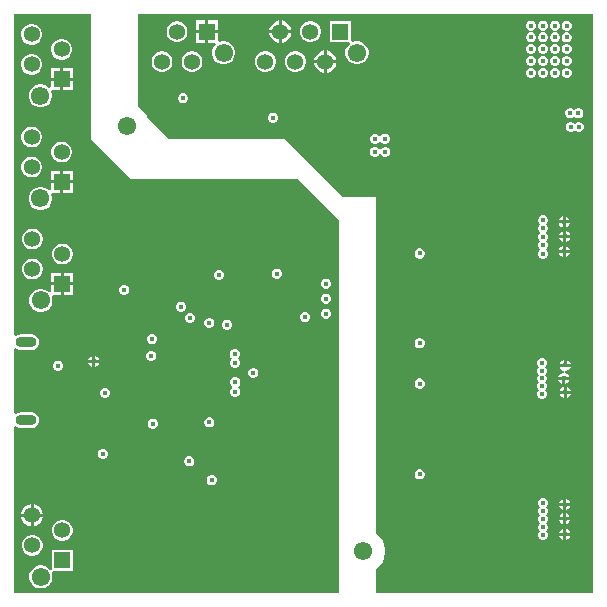
<source format=gbr>
%TF.GenerationSoftware,Altium Limited,Altium Designer,22.9.1 (49)*%
G04 Layer_Physical_Order=2*
G04 Layer_Color=39423*
%FSLAX45Y45*%
%MOMM*%
%TF.SameCoordinates,29712687-7F25-45B9-B314-6CDD0CF2420B*%
%TF.FilePolarity,Positive*%
%TF.FileFunction,Copper,L2,Inr,Signal*%
%TF.Part,Single*%
G01*
G75*
%TA.AperFunction,ComponentPad*%
%ADD40O,1.80000X0.90000*%
%ADD41R,1.35800X1.35800*%
%ADD42C,1.35800*%
%ADD43C,1.55000*%
%ADD44R,1.35800X1.35800*%
%TA.AperFunction,WasherPad*%
%ADD45C,1.55000*%
%TA.AperFunction,ViaPad*%
%ADD46C,0.45000*%
G36*
X5100000Y7890000D02*
X5440000Y7550000D01*
X6850000D01*
X7200000Y7200000D01*
Y4050000D01*
X4450000D01*
Y5451366D01*
X4465000Y5458763D01*
X4472220Y5453223D01*
X4488032Y5446673D01*
X4505000Y5444439D01*
X4595000D01*
X4611968Y5446673D01*
X4627780Y5453223D01*
X4641358Y5463642D01*
X4651777Y5477219D01*
X4658327Y5493031D01*
X4660561Y5510000D01*
X4658327Y5526968D01*
X4651777Y5542780D01*
X4641358Y5556358D01*
X4627780Y5566777D01*
X4611968Y5573327D01*
X4595000Y5575561D01*
X4505000D01*
X4488032Y5573327D01*
X4472220Y5566777D01*
X4465000Y5561237D01*
X4450000Y5568634D01*
Y6111366D01*
X4465000Y6118763D01*
X4472220Y6113223D01*
X4488032Y6106673D01*
X4505000Y6104439D01*
X4595000D01*
X4611968Y6106673D01*
X4627780Y6113223D01*
X4641358Y6123642D01*
X4651777Y6137220D01*
X4658327Y6153032D01*
X4660561Y6170000D01*
X4658327Y6186969D01*
X4651777Y6202781D01*
X4641358Y6216358D01*
X4627780Y6226777D01*
X4611968Y6233327D01*
X4595000Y6235561D01*
X4505000D01*
X4488032Y6233327D01*
X4472220Y6226777D01*
X4465000Y6221237D01*
X4450000Y6228634D01*
Y8950000D01*
X5100000D01*
Y7890000D01*
D02*
G37*
G36*
X9350000Y4050000D02*
X7510000D01*
Y4244989D01*
X7521118Y4252418D01*
X7547582Y4278882D01*
X7568376Y4310002D01*
X7582698Y4344579D01*
X7590000Y4381287D01*
Y4418714D01*
X7582698Y4455421D01*
X7568376Y4489999D01*
X7547582Y4521118D01*
X7521118Y4547582D01*
X7510000Y4555011D01*
Y7400000D01*
X7230000D01*
X6736952Y7893048D01*
X5756952D01*
X5574297Y8075703D01*
X5568376Y8089999D01*
X5547583Y8121118D01*
X5521118Y8147582D01*
X5500000Y8161693D01*
Y8950000D01*
X9350000D01*
Y4050000D01*
D02*
G37*
%LPC*%
G36*
X4607573Y8864902D02*
X4584428D01*
X4562072Y8858912D01*
X4542029Y8847339D01*
X4525663Y8830974D01*
X4514091Y8810930D01*
X4508100Y8788574D01*
Y8765430D01*
X4514091Y8743074D01*
X4525663Y8723030D01*
X4542029Y8706665D01*
X4562072Y8695092D01*
X4584428Y8689102D01*
X4607573D01*
X4629929Y8695092D01*
X4649972Y8706665D01*
X4666338Y8723030D01*
X4677910Y8743074D01*
X4683900Y8765430D01*
Y8788574D01*
X4677910Y8810930D01*
X4666338Y8830974D01*
X4649972Y8847339D01*
X4629929Y8858912D01*
X4607573Y8864902D01*
D02*
G37*
G36*
X4861573Y8737902D02*
X4838428D01*
X4816072Y8731912D01*
X4796029Y8720339D01*
X4779663Y8703974D01*
X4768091Y8683930D01*
X4762100Y8661574D01*
Y8638430D01*
X4768091Y8616074D01*
X4779663Y8596030D01*
X4796029Y8579665D01*
X4816072Y8568092D01*
X4838428Y8562102D01*
X4861573D01*
X4883929Y8568092D01*
X4903972Y8579665D01*
X4920338Y8596030D01*
X4931910Y8616074D01*
X4937900Y8638430D01*
Y8661574D01*
X4931910Y8683930D01*
X4920338Y8703974D01*
X4903972Y8720339D01*
X4883929Y8731912D01*
X4861573Y8737902D01*
D02*
G37*
G36*
X4607573Y8610902D02*
X4584428D01*
X4562072Y8604912D01*
X4542029Y8593339D01*
X4525663Y8576974D01*
X4514091Y8556930D01*
X4508100Y8534574D01*
Y8511430D01*
X4514091Y8489074D01*
X4525663Y8469030D01*
X4542029Y8452665D01*
X4562072Y8441092D01*
X4584428Y8435102D01*
X4607573D01*
X4629929Y8441092D01*
X4649972Y8452665D01*
X4666338Y8469030D01*
X4677910Y8489074D01*
X4683900Y8511430D01*
Y8534574D01*
X4677910Y8556930D01*
X4666338Y8576974D01*
X4649972Y8593339D01*
X4629929Y8604912D01*
X4607573Y8610902D01*
D02*
G37*
G36*
X4943301Y8489302D02*
X4862700D01*
Y8408702D01*
X4943301D01*
Y8489302D01*
D02*
G37*
G36*
X4837300D02*
X4756700D01*
Y8408702D01*
X4837300D01*
Y8489302D01*
D02*
G37*
G36*
Y8383302D02*
X4756700D01*
Y8328401D01*
X4741700Y8322188D01*
X4729867Y8334021D01*
X4707634Y8346857D01*
X4682837Y8353502D01*
X4657164D01*
X4632367Y8346857D01*
X4610134Y8334021D01*
X4591981Y8315868D01*
X4579145Y8293636D01*
X4572501Y8268838D01*
Y8243166D01*
X4579145Y8218368D01*
X4591981Y8196136D01*
X4610134Y8177983D01*
X4632367Y8165147D01*
X4657164Y8158502D01*
X4682837D01*
X4707634Y8165147D01*
X4729867Y8177983D01*
X4748020Y8196136D01*
X4760856Y8218368D01*
X4767500Y8243166D01*
Y8268838D01*
X4762446Y8287702D01*
X4770098Y8300569D01*
X4772942Y8302702D01*
X4837300D01*
Y8383302D01*
D02*
G37*
G36*
X4943301D02*
X4862700D01*
Y8302702D01*
X4943301D01*
Y8383302D01*
D02*
G37*
G36*
X4607573Y7995177D02*
X4584429D01*
X4562073Y7989186D01*
X4542029Y7977614D01*
X4525664Y7961249D01*
X4514091Y7941205D01*
X4508101Y7918849D01*
Y7895705D01*
X4514091Y7873349D01*
X4525664Y7853305D01*
X4542029Y7836939D01*
X4562073Y7825367D01*
X4584429Y7819377D01*
X4607573D01*
X4629929Y7825367D01*
X4649973Y7836939D01*
X4666338Y7853305D01*
X4677911Y7873349D01*
X4683901Y7895705D01*
Y7918849D01*
X4677911Y7941205D01*
X4666338Y7961249D01*
X4649973Y7977614D01*
X4629929Y7989186D01*
X4607573Y7995177D01*
D02*
G37*
G36*
X4861573Y7868177D02*
X4838429D01*
X4816073Y7862186D01*
X4796029Y7850614D01*
X4779664Y7834249D01*
X4768091Y7814205D01*
X4762101Y7791849D01*
Y7768705D01*
X4768091Y7746349D01*
X4779664Y7726305D01*
X4796029Y7709939D01*
X4816073Y7698367D01*
X4838429Y7692377D01*
X4861573D01*
X4883929Y7698367D01*
X4903973Y7709939D01*
X4920338Y7726305D01*
X4931911Y7746349D01*
X4937901Y7768705D01*
Y7791849D01*
X4931911Y7814205D01*
X4920338Y7834249D01*
X4903973Y7850614D01*
X4883929Y7862186D01*
X4861573Y7868177D01*
D02*
G37*
G36*
X4607573Y7741177D02*
X4584429D01*
X4562073Y7735186D01*
X4542029Y7723614D01*
X4525664Y7707249D01*
X4514091Y7687205D01*
X4508101Y7664849D01*
Y7641705D01*
X4514091Y7619349D01*
X4525664Y7599305D01*
X4542029Y7582939D01*
X4562073Y7571367D01*
X4584429Y7565377D01*
X4607573D01*
X4629929Y7571367D01*
X4649973Y7582939D01*
X4666338Y7599305D01*
X4677911Y7619349D01*
X4683901Y7641705D01*
Y7664849D01*
X4677911Y7687205D01*
X4666338Y7707249D01*
X4649973Y7723614D01*
X4629929Y7735186D01*
X4607573Y7741177D01*
D02*
G37*
G36*
X4943301Y7619577D02*
X4862701D01*
Y7538977D01*
X4943301D01*
Y7619577D01*
D02*
G37*
G36*
X4837301D02*
X4756701D01*
Y7538977D01*
X4837301D01*
Y7619577D01*
D02*
G37*
G36*
Y7513577D02*
X4756701D01*
Y7458676D01*
X4741701Y7452463D01*
X4729867Y7464296D01*
X4707635Y7477132D01*
X4682837Y7483777D01*
X4657165D01*
X4632367Y7477132D01*
X4610135Y7464296D01*
X4591982Y7446143D01*
X4579146Y7423910D01*
X4572501Y7399113D01*
Y7373441D01*
X4579146Y7348643D01*
X4591982Y7326411D01*
X4610135Y7308257D01*
X4632367Y7295422D01*
X4657165Y7288777D01*
X4682837D01*
X4707635Y7295422D01*
X4729867Y7308257D01*
X4748020Y7326411D01*
X4760856Y7348643D01*
X4767501Y7373441D01*
Y7399113D01*
X4762446Y7417977D01*
X4770099Y7430843D01*
X4772942Y7432977D01*
X4837301D01*
Y7513577D01*
D02*
G37*
G36*
X4943301D02*
X4862701D01*
Y7432977D01*
X4943301D01*
Y7513577D01*
D02*
G37*
G36*
X4611576Y7131452D02*
X4588432D01*
X4566076Y7125461D01*
X4546032Y7113889D01*
X4529667Y7097524D01*
X4518094Y7077480D01*
X4512104Y7055124D01*
Y7031979D01*
X4518094Y7009624D01*
X4529667Y6989580D01*
X4546032Y6973214D01*
X4566076Y6961642D01*
X4588432Y6955652D01*
X4611576D01*
X4633932Y6961642D01*
X4653976Y6973214D01*
X4670341Y6989580D01*
X4681914Y7009624D01*
X4687904Y7031979D01*
Y7055124D01*
X4681914Y7077480D01*
X4670341Y7097524D01*
X4653976Y7113889D01*
X4633932Y7125461D01*
X4611576Y7131452D01*
D02*
G37*
G36*
X4865576Y7004452D02*
X4842432D01*
X4820076Y6998461D01*
X4800032Y6986889D01*
X4783667Y6970524D01*
X4772094Y6950480D01*
X4766104Y6928124D01*
Y6904979D01*
X4772094Y6882624D01*
X4783667Y6862580D01*
X4800032Y6846214D01*
X4820076Y6834642D01*
X4842432Y6828652D01*
X4865576D01*
X4887932Y6834642D01*
X4907976Y6846214D01*
X4924341Y6862580D01*
X4935914Y6882624D01*
X4941904Y6904979D01*
Y6928124D01*
X4935914Y6950480D01*
X4924341Y6970524D01*
X4907976Y6986889D01*
X4887932Y6998461D01*
X4865576Y7004452D01*
D02*
G37*
G36*
X6678454Y6792500D02*
X6661546D01*
X6645926Y6786030D01*
X6633970Y6774074D01*
X6627500Y6758454D01*
Y6741546D01*
X6633970Y6725926D01*
X6645926Y6713970D01*
X6661546Y6707500D01*
X6678454D01*
X6694074Y6713970D01*
X6706030Y6725926D01*
X6712500Y6741546D01*
Y6758454D01*
X6706030Y6774074D01*
X6694074Y6786030D01*
X6678454Y6792500D01*
D02*
G37*
G36*
X4611576Y6877452D02*
X4588432D01*
X4566076Y6871461D01*
X4546032Y6859889D01*
X4529667Y6843524D01*
X4518094Y6823480D01*
X4512104Y6801124D01*
Y6777979D01*
X4518094Y6755624D01*
X4529667Y6735580D01*
X4546032Y6719214D01*
X4566076Y6707642D01*
X4588432Y6701652D01*
X4611576D01*
X4633932Y6707642D01*
X4653976Y6719214D01*
X4670341Y6735580D01*
X4681914Y6755624D01*
X4687904Y6777979D01*
Y6801124D01*
X4681914Y6823480D01*
X4670341Y6843524D01*
X4653976Y6859889D01*
X4633932Y6871461D01*
X4611576Y6877452D01*
D02*
G37*
G36*
X6188454Y6782500D02*
X6171546D01*
X6155926Y6776030D01*
X6143970Y6764074D01*
X6137500Y6748454D01*
Y6731546D01*
X6143970Y6715926D01*
X6155926Y6703970D01*
X6171546Y6697500D01*
X6188454D01*
X6204074Y6703970D01*
X6216030Y6715926D01*
X6222500Y6731546D01*
Y6748454D01*
X6216030Y6764074D01*
X6204074Y6776030D01*
X6188454Y6782500D01*
D02*
G37*
G36*
X4947304Y6755852D02*
X4866704D01*
Y6675252D01*
X4947304D01*
Y6755852D01*
D02*
G37*
G36*
X4841304D02*
X4760704D01*
Y6675252D01*
X4841304D01*
Y6755852D01*
D02*
G37*
G36*
X7095954Y6708500D02*
X7079047D01*
X7063426Y6702030D01*
X7051471Y6690074D01*
X7045000Y6674454D01*
Y6657546D01*
X7051471Y6641926D01*
X7063426Y6629970D01*
X7079047Y6623500D01*
X7095954D01*
X7111574Y6629970D01*
X7123530Y6641926D01*
X7130000Y6657546D01*
Y6674454D01*
X7123530Y6690074D01*
X7111574Y6702030D01*
X7095954Y6708500D01*
D02*
G37*
G36*
X4841304Y6649852D02*
X4760704D01*
Y6594951D01*
X4745704Y6588737D01*
X4733870Y6600571D01*
X4711638Y6613407D01*
X4686840Y6620052D01*
X4661168D01*
X4636370Y6613407D01*
X4614138Y6600571D01*
X4595985Y6582418D01*
X4583149Y6560185D01*
X4576504Y6535388D01*
Y6509715D01*
X4583149Y6484918D01*
X4595985Y6462685D01*
X4614138Y6444532D01*
X4636370Y6431696D01*
X4661168Y6425052D01*
X4686840D01*
X4711638Y6431696D01*
X4733870Y6444532D01*
X4752024Y6462685D01*
X4764859Y6484918D01*
X4771504Y6509715D01*
Y6535388D01*
X4766449Y6554251D01*
X4774102Y6567118D01*
X4776945Y6569252D01*
X4841304D01*
Y6649852D01*
D02*
G37*
G36*
X4947304D02*
X4866704D01*
Y6569252D01*
X4947304D01*
Y6649852D01*
D02*
G37*
G36*
X5388454Y6652500D02*
X5371546D01*
X5355926Y6646030D01*
X5343970Y6634074D01*
X5337500Y6618454D01*
Y6601546D01*
X5343970Y6585926D01*
X5355926Y6573970D01*
X5371546Y6567500D01*
X5388454D01*
X5404074Y6573970D01*
X5416030Y6585926D01*
X5422500Y6601546D01*
Y6618454D01*
X5416030Y6634074D01*
X5404074Y6646030D01*
X5388454Y6652500D01*
D02*
G37*
G36*
X7095954Y6581500D02*
X7079047D01*
X7063426Y6575030D01*
X7051471Y6563074D01*
X7045000Y6547454D01*
Y6530546D01*
X7051471Y6514926D01*
X7063426Y6502970D01*
X7079047Y6496500D01*
X7095954D01*
X7111574Y6502970D01*
X7123530Y6514926D01*
X7130000Y6530546D01*
Y6547454D01*
X7123530Y6563074D01*
X7111574Y6575030D01*
X7095954Y6581500D01*
D02*
G37*
G36*
X5868454Y6512500D02*
X5851546D01*
X5835926Y6506030D01*
X5823970Y6494074D01*
X5817500Y6478454D01*
Y6461546D01*
X5823970Y6445926D01*
X5835926Y6433970D01*
X5851546Y6427500D01*
X5868454D01*
X5884074Y6433970D01*
X5896030Y6445926D01*
X5902500Y6461546D01*
Y6478454D01*
X5896030Y6494074D01*
X5884074Y6506030D01*
X5868454Y6512500D01*
D02*
G37*
G36*
X7095954Y6454500D02*
X7079047D01*
X7063426Y6448030D01*
X7051471Y6436074D01*
X7045000Y6420454D01*
Y6403546D01*
X7051471Y6387926D01*
X7063426Y6375970D01*
X7079047Y6369500D01*
X7095954D01*
X7111574Y6375970D01*
X7123530Y6387926D01*
X7130000Y6403546D01*
Y6420454D01*
X7123530Y6436074D01*
X7111574Y6448030D01*
X7095954Y6454500D01*
D02*
G37*
G36*
X6918454Y6422500D02*
X6901546D01*
X6885926Y6416030D01*
X6873970Y6404074D01*
X6867500Y6388454D01*
Y6371546D01*
X6873970Y6355926D01*
X6885926Y6343970D01*
X6901546Y6337500D01*
X6918454D01*
X6934074Y6343970D01*
X6946030Y6355926D01*
X6952500Y6371546D01*
Y6388454D01*
X6946030Y6404074D01*
X6934074Y6416030D01*
X6918454Y6422500D01*
D02*
G37*
G36*
X5945952Y6415001D02*
X5929045D01*
X5913424Y6408530D01*
X5901469Y6396575D01*
X5894999Y6380954D01*
Y6364047D01*
X5901469Y6348427D01*
X5913424Y6336471D01*
X5929045Y6330001D01*
X5945952D01*
X5961573Y6336471D01*
X5973528Y6348427D01*
X5979998Y6364047D01*
Y6380954D01*
X5973528Y6396575D01*
X5961573Y6408530D01*
X5945952Y6415001D01*
D02*
G37*
G36*
X6108454Y6372500D02*
X6091546D01*
X6075926Y6366030D01*
X6063970Y6354074D01*
X6057500Y6338454D01*
Y6321546D01*
X6063970Y6305926D01*
X6075926Y6293970D01*
X6091546Y6287500D01*
X6108454D01*
X6124074Y6293970D01*
X6136030Y6305926D01*
X6142500Y6321546D01*
Y6338454D01*
X6136030Y6354074D01*
X6124074Y6366030D01*
X6108454Y6372500D01*
D02*
G37*
G36*
X6258454Y6359801D02*
X6241546D01*
X6225926Y6353330D01*
X6213970Y6341375D01*
X6207500Y6325754D01*
Y6308847D01*
X6213970Y6293227D01*
X6225926Y6281271D01*
X6241546Y6274801D01*
X6258454D01*
X6274074Y6281271D01*
X6286030Y6293227D01*
X6292500Y6308847D01*
Y6325754D01*
X6286030Y6341375D01*
X6274074Y6353330D01*
X6258454Y6359801D01*
D02*
G37*
G36*
X5620954Y6236532D02*
X5604046D01*
X5588426Y6230062D01*
X5576470Y6218106D01*
X5570000Y6202486D01*
Y6185579D01*
X5576470Y6169958D01*
X5588426Y6158003D01*
X5604046Y6151533D01*
X5620954D01*
X5636574Y6158003D01*
X5648530Y6169958D01*
X5655000Y6185579D01*
Y6202486D01*
X5648530Y6218106D01*
X5636574Y6230062D01*
X5620954Y6236532D01*
D02*
G37*
G36*
X5135621Y6054084D02*
Y6020199D01*
X5169507D01*
X5163529Y6034632D01*
X5150054Y6048106D01*
X5135621Y6054084D01*
D02*
G37*
G36*
X5110221D02*
X5095788Y6048106D01*
X5082314Y6034632D01*
X5076335Y6020199D01*
X5110221D01*
Y6054084D01*
D02*
G37*
G36*
X5616797Y6094156D02*
X5599890D01*
X5584270Y6087686D01*
X5572314Y6075731D01*
X5565844Y6060110D01*
Y6043203D01*
X5572314Y6027582D01*
X5584270Y6015627D01*
X5599890Y6009157D01*
X5616797D01*
X5632418Y6015627D01*
X5644373Y6027582D01*
X5650843Y6043203D01*
Y6060110D01*
X5644373Y6075731D01*
X5632418Y6087686D01*
X5616797Y6094156D01*
D02*
G37*
G36*
X5169507Y5994799D02*
X5135621D01*
Y5960913D01*
X5150054Y5966891D01*
X5163529Y5980365D01*
X5169507Y5994799D01*
D02*
G37*
G36*
X5110221D02*
X5076335D01*
X5082314Y5980365D01*
X5095788Y5966891D01*
X5110221Y5960913D01*
Y5994799D01*
D02*
G37*
G36*
X6323254Y6112500D02*
X6306346D01*
X6290726Y6106030D01*
X6278770Y6094074D01*
X6272300Y6078454D01*
Y6061546D01*
X6278770Y6045926D01*
X6284928Y6039768D01*
X6290334Y6033038D01*
X6284928Y6020170D01*
X6281702Y6016944D01*
X6275232Y6001324D01*
Y5984416D01*
X6281702Y5968796D01*
X6293658Y5956840D01*
X6309278Y5950370D01*
X6326186D01*
X6341806Y5956840D01*
X6353762Y5968796D01*
X6360232Y5984416D01*
Y6001324D01*
X6353762Y6016944D01*
X6347604Y6023102D01*
X6342198Y6029832D01*
X6347604Y6042700D01*
X6350830Y6045926D01*
X6357300Y6061546D01*
Y6078454D01*
X6350830Y6094074D01*
X6338874Y6106030D01*
X6323254Y6112500D01*
D02*
G37*
G36*
X4825954Y6012500D02*
X4809047D01*
X4793426Y6006030D01*
X4781470Y5994074D01*
X4775000Y5978454D01*
Y5961546D01*
X4781470Y5945926D01*
X4793426Y5933970D01*
X4809047Y5927500D01*
X4825954D01*
X4841574Y5933970D01*
X4853530Y5945926D01*
X4860000Y5961546D01*
Y5978454D01*
X4853530Y5994074D01*
X4841574Y6006030D01*
X4825954Y6012500D01*
D02*
G37*
G36*
X6480950Y5952502D02*
X6464043D01*
X6448423Y5946032D01*
X6436467Y5934077D01*
X6429997Y5918456D01*
Y5901549D01*
X6436467Y5885929D01*
X6448423Y5873973D01*
X6464043Y5867503D01*
X6480950D01*
X6496571Y5873973D01*
X6508526Y5885929D01*
X6514997Y5901549D01*
Y5918456D01*
X6508526Y5934077D01*
X6496571Y5946032D01*
X6480950Y5952502D01*
D02*
G37*
G36*
X6328454Y5872500D02*
X6311546D01*
X6295926Y5866030D01*
X6283970Y5854074D01*
X6277500Y5838454D01*
Y5821546D01*
X6283970Y5805926D01*
X6290097Y5799799D01*
X6294245Y5790000D01*
X6290097Y5780201D01*
X6283970Y5774074D01*
X6277500Y5758454D01*
Y5741546D01*
X6283970Y5725926D01*
X6295926Y5713970D01*
X6311546Y5707500D01*
X6328454D01*
X6344074Y5713970D01*
X6356030Y5725926D01*
X6362500Y5741546D01*
Y5758454D01*
X6356030Y5774074D01*
X6349903Y5780201D01*
X6345755Y5790000D01*
X6349903Y5799799D01*
X6356030Y5805926D01*
X6362500Y5821546D01*
Y5838454D01*
X6356030Y5854074D01*
X6344074Y5866030D01*
X6328454Y5872500D01*
D02*
G37*
G36*
X5226376Y5780001D02*
X5209469D01*
X5193848Y5773531D01*
X5181893Y5761576D01*
X5175422Y5745955D01*
Y5729048D01*
X5181893Y5713427D01*
X5193848Y5701472D01*
X5209469Y5695002D01*
X5226376D01*
X5241996Y5701472D01*
X5253952Y5713427D01*
X5260422Y5729048D01*
Y5745955D01*
X5253952Y5761576D01*
X5241996Y5773531D01*
X5226376Y5780001D01*
D02*
G37*
G36*
X6108454Y5532500D02*
X6091546D01*
X6075926Y5526030D01*
X6063970Y5514074D01*
X6057500Y5498454D01*
Y5481546D01*
X6063970Y5465926D01*
X6075926Y5453970D01*
X6091546Y5447500D01*
X6108454D01*
X6124074Y5453970D01*
X6136030Y5465926D01*
X6142500Y5481546D01*
Y5498454D01*
X6136030Y5514074D01*
X6124074Y5526030D01*
X6108454Y5532500D01*
D02*
G37*
G36*
X5628454Y5522500D02*
X5611546D01*
X5595926Y5516030D01*
X5583970Y5504074D01*
X5577500Y5488454D01*
Y5471546D01*
X5583970Y5455926D01*
X5595926Y5443970D01*
X5611546Y5437500D01*
X5628454D01*
X5644074Y5443970D01*
X5656030Y5455926D01*
X5662500Y5471546D01*
Y5488454D01*
X5656030Y5504074D01*
X5644074Y5516030D01*
X5628454Y5522500D01*
D02*
G37*
G36*
X5205885Y5263990D02*
X5188978D01*
X5173358Y5257520D01*
X5161402Y5245564D01*
X5154932Y5229944D01*
Y5213037D01*
X5161402Y5197416D01*
X5173358Y5185461D01*
X5188978Y5178990D01*
X5205885D01*
X5221506Y5185461D01*
X5233461Y5197416D01*
X5239932Y5213037D01*
Y5229944D01*
X5233461Y5245564D01*
X5221506Y5257520D01*
X5205885Y5263990D01*
D02*
G37*
G36*
X5938454Y5202500D02*
X5921546D01*
X5905926Y5196030D01*
X5893970Y5184074D01*
X5887500Y5168454D01*
Y5151546D01*
X5893970Y5135926D01*
X5905926Y5123970D01*
X5921546Y5117500D01*
X5938454D01*
X5954074Y5123970D01*
X5966030Y5135926D01*
X5972500Y5151546D01*
Y5168454D01*
X5966030Y5184074D01*
X5954074Y5196030D01*
X5938454Y5202500D01*
D02*
G37*
G36*
X6128454Y5042502D02*
X6111546D01*
X6095926Y5036032D01*
X6083970Y5024077D01*
X6077500Y5008456D01*
Y4991549D01*
X6083970Y4975928D01*
X6095926Y4963973D01*
X6111546Y4957503D01*
X6128454D01*
X6144074Y4963973D01*
X6156030Y4975928D01*
X6162500Y4991549D01*
Y5008456D01*
X6156030Y5024077D01*
X6144074Y5036032D01*
X6128454Y5042502D01*
D02*
G37*
G36*
X4612697Y4797188D02*
Y4716699D01*
X4693185D01*
X4686939Y4740013D01*
X4674655Y4761288D01*
X4657284Y4778659D01*
X4636009Y4790942D01*
X4612697Y4797188D01*
D02*
G37*
G36*
X4587297D02*
X4563984Y4790942D01*
X4542709Y4778659D01*
X4525338Y4761288D01*
X4513055Y4740013D01*
X4506808Y4716699D01*
X4587297D01*
Y4797188D01*
D02*
G37*
G36*
X4693185Y4691299D02*
X4612697D01*
Y4610812D01*
X4636009Y4617058D01*
X4657284Y4629341D01*
X4674655Y4646712D01*
X4686939Y4667987D01*
X4693185Y4691299D01*
D02*
G37*
G36*
X4587297D02*
X4506808D01*
X4513055Y4667987D01*
X4525338Y4646712D01*
X4542709Y4629341D01*
X4563984Y4617058D01*
X4587297Y4610812D01*
Y4691299D01*
D02*
G37*
G36*
X4865569Y4664900D02*
X4842424D01*
X4820069Y4658910D01*
X4800025Y4647337D01*
X4783659Y4630972D01*
X4772087Y4610928D01*
X4766097Y4588572D01*
Y4565428D01*
X4772087Y4543072D01*
X4783659Y4523028D01*
X4800025Y4506663D01*
X4820069Y4495090D01*
X4842424Y4489100D01*
X4865569D01*
X4887925Y4495090D01*
X4907969Y4506663D01*
X4924334Y4523028D01*
X4935906Y4543072D01*
X4941897Y4565428D01*
Y4588572D01*
X4935906Y4610928D01*
X4924334Y4630972D01*
X4907969Y4647337D01*
X4887925Y4658910D01*
X4865569Y4664900D01*
D02*
G37*
G36*
X4611569Y4537900D02*
X4588424D01*
X4566069Y4531910D01*
X4546025Y4520337D01*
X4529659Y4503972D01*
X4518087Y4483928D01*
X4512097Y4461572D01*
Y4438428D01*
X4518087Y4416072D01*
X4529659Y4396028D01*
X4546025Y4379663D01*
X4566069Y4368090D01*
X4588424Y4362100D01*
X4611569D01*
X4633925Y4368090D01*
X4653969Y4379663D01*
X4670334Y4396028D01*
X4681906Y4416072D01*
X4687897Y4438428D01*
Y4461572D01*
X4681906Y4483928D01*
X4670334Y4503972D01*
X4653969Y4520337D01*
X4633925Y4531910D01*
X4611569Y4537900D01*
D02*
G37*
G36*
X4941897Y4410900D02*
X4766097D01*
Y4248478D01*
X4755220Y4244143D01*
X4751097Y4243786D01*
X4733863Y4261019D01*
X4711630Y4273855D01*
X4686833Y4280500D01*
X4661161D01*
X4636363Y4273855D01*
X4614130Y4261019D01*
X4595977Y4242866D01*
X4583141Y4220634D01*
X4576497Y4195836D01*
Y4170164D01*
X4583141Y4145366D01*
X4595977Y4123134D01*
X4614130Y4104981D01*
X4636363Y4092145D01*
X4661161Y4085500D01*
X4686833D01*
X4711630Y4092145D01*
X4733863Y4104981D01*
X4752016Y4123134D01*
X4764852Y4145366D01*
X4771497Y4170164D01*
Y4195836D01*
X4764852Y4220633D01*
X4773821Y4235100D01*
X4941897D01*
Y4410900D01*
D02*
G37*
G36*
X6173301Y8893302D02*
X6092701D01*
Y8812701D01*
X6173301D01*
Y8893302D01*
D02*
G37*
G36*
X6067301D02*
X5986701D01*
Y8812701D01*
X6067301D01*
Y8893302D01*
D02*
G37*
G36*
X6714699Y8893187D02*
Y8812698D01*
X6795188D01*
X6788941Y8836012D01*
X6776658Y8857287D01*
X6759287Y8874658D01*
X6738012Y8886941D01*
X6714699Y8893187D01*
D02*
G37*
G36*
X6689299Y8893187D02*
X6665987Y8886941D01*
X6644712Y8874658D01*
X6627341Y8857287D01*
X6615058Y8836012D01*
X6608811Y8812698D01*
X6689299D01*
Y8893187D01*
D02*
G37*
G36*
X9133454Y8892500D02*
X9116546D01*
X9100926Y8886030D01*
X9088970Y8874074D01*
X9082500Y8858454D01*
Y8841546D01*
X9088970Y8825926D01*
X9100926Y8813970D01*
X9116546Y8807500D01*
X9133454D01*
X9149074Y8813970D01*
X9161030Y8825926D01*
X9167500Y8841546D01*
Y8858454D01*
X9161030Y8874074D01*
X9149074Y8886030D01*
X9133454Y8892500D01*
D02*
G37*
G36*
X9033454D02*
X9016546D01*
X9000926Y8886030D01*
X8988970Y8874074D01*
X8982500Y8858454D01*
Y8841546D01*
X8988970Y8825926D01*
X9000926Y8813970D01*
X9016546Y8807500D01*
X9033454D01*
X9049074Y8813970D01*
X9061030Y8825926D01*
X9067500Y8841546D01*
Y8858454D01*
X9061030Y8874074D01*
X9049074Y8886030D01*
X9033454Y8892500D01*
D02*
G37*
G36*
X8933454D02*
X8916546D01*
X8900926Y8886030D01*
X8888970Y8874074D01*
X8882500Y8858454D01*
Y8841546D01*
X8888970Y8825926D01*
X8900926Y8813970D01*
X8916546Y8807500D01*
X8933454D01*
X8949074Y8813970D01*
X8961030Y8825926D01*
X8967500Y8841546D01*
Y8858454D01*
X8961030Y8874074D01*
X8949074Y8886030D01*
X8933454Y8892500D01*
D02*
G37*
G36*
X8833454D02*
X8816546D01*
X8800926Y8886030D01*
X8788970Y8874074D01*
X8782500Y8858454D01*
Y8841546D01*
X8788970Y8825926D01*
X8800926Y8813970D01*
X8816546Y8807500D01*
X8833454D01*
X8849074Y8813970D01*
X8861030Y8825926D01*
X8867500Y8841546D01*
Y8858454D01*
X8861030Y8874074D01*
X8849074Y8886030D01*
X8833454Y8892500D01*
D02*
G37*
G36*
X5837574Y8887902D02*
X5814429D01*
X5792073Y8881912D01*
X5772029Y8870339D01*
X5755664Y8853974D01*
X5744092Y8833930D01*
X5738101Y8811574D01*
Y8788430D01*
X5744092Y8766074D01*
X5755664Y8746030D01*
X5772029Y8729665D01*
X5792073Y8718092D01*
X5814429Y8712102D01*
X5837574D01*
X5859929Y8718092D01*
X5879973Y8729665D01*
X5896339Y8746030D01*
X5907911Y8766074D01*
X5913901Y8788430D01*
Y8811574D01*
X5907911Y8833930D01*
X5896339Y8853974D01*
X5879973Y8870339D01*
X5859929Y8881912D01*
X5837574Y8887902D01*
D02*
G37*
G36*
X6967572Y8887899D02*
X6944427D01*
X6922071Y8881909D01*
X6902028Y8870336D01*
X6885662Y8853971D01*
X6874090Y8833927D01*
X6868100Y8811571D01*
Y8788427D01*
X6874090Y8766071D01*
X6885662Y8746027D01*
X6902028Y8729661D01*
X6922071Y8718089D01*
X6944427Y8712099D01*
X6967572D01*
X6989928Y8718089D01*
X7009972Y8729661D01*
X7026337Y8746027D01*
X7037909Y8766071D01*
X7043900Y8788427D01*
Y8811571D01*
X7037909Y8833927D01*
X7026337Y8853971D01*
X7009972Y8870336D01*
X6989928Y8881909D01*
X6967572Y8887899D01*
D02*
G37*
G36*
X9133454Y8792500D02*
X9116546D01*
X9100926Y8786030D01*
X9088970Y8774074D01*
X9082500Y8758454D01*
Y8741546D01*
X9088970Y8725926D01*
X9100926Y8713970D01*
X9116546Y8707500D01*
X9133454D01*
X9149074Y8713970D01*
X9161030Y8725926D01*
X9167500Y8741546D01*
Y8758454D01*
X9161030Y8774074D01*
X9149074Y8786030D01*
X9133454Y8792500D01*
D02*
G37*
G36*
X9033454D02*
X9016546D01*
X9000926Y8786030D01*
X8988970Y8774074D01*
X8982500Y8758454D01*
Y8741546D01*
X8988970Y8725926D01*
X9000926Y8713970D01*
X9016546Y8707500D01*
X9033454D01*
X9049074Y8713970D01*
X9061030Y8725926D01*
X9067500Y8741546D01*
Y8758454D01*
X9061030Y8774074D01*
X9049074Y8786030D01*
X9033454Y8792500D01*
D02*
G37*
G36*
X8933454D02*
X8916546D01*
X8900926Y8786030D01*
X8888970Y8774074D01*
X8882500Y8758454D01*
Y8741546D01*
X8888970Y8725926D01*
X8900926Y8713970D01*
X8916546Y8707500D01*
X8933454D01*
X8949074Y8713970D01*
X8961030Y8725926D01*
X8967500Y8741546D01*
Y8758454D01*
X8961030Y8774074D01*
X8949074Y8786030D01*
X8933454Y8792500D01*
D02*
G37*
G36*
X8833454D02*
X8816546D01*
X8800926Y8786030D01*
X8788970Y8774074D01*
X8782500Y8758454D01*
Y8741546D01*
X8788970Y8725926D01*
X8800926Y8713970D01*
X8816546Y8707500D01*
X8833454D01*
X8849074Y8713970D01*
X8861030Y8725926D01*
X8867500Y8741546D01*
Y8758454D01*
X8861030Y8774074D01*
X8849074Y8786030D01*
X8833454Y8792500D01*
D02*
G37*
G36*
X6689299Y8787298D02*
X6608811D01*
X6615058Y8763986D01*
X6627341Y8742711D01*
X6644712Y8725340D01*
X6665987Y8713057D01*
X6689299Y8706811D01*
Y8787298D01*
D02*
G37*
G36*
X6795188D02*
X6714699D01*
Y8706810D01*
X6738012Y8713057D01*
X6759287Y8725340D01*
X6776658Y8742711D01*
X6788941Y8763986D01*
X6795188Y8787298D01*
D02*
G37*
G36*
X6067301Y8787301D02*
X5986701D01*
Y8706702D01*
X6067301D01*
Y8787301D01*
D02*
G37*
G36*
X9133454Y8692500D02*
X9116546D01*
X9100926Y8686030D01*
X9088970Y8674074D01*
X9082500Y8658454D01*
Y8641546D01*
X9088970Y8625926D01*
X9100926Y8613970D01*
X9116546Y8607500D01*
X9133454D01*
X9149074Y8613970D01*
X9161030Y8625926D01*
X9167500Y8641546D01*
Y8658454D01*
X9161030Y8674074D01*
X9149074Y8686030D01*
X9133454Y8692500D01*
D02*
G37*
G36*
X9033454D02*
X9016546D01*
X9000926Y8686030D01*
X8988970Y8674074D01*
X8982500Y8658454D01*
Y8641546D01*
X8988970Y8625926D01*
X9000926Y8613970D01*
X9016546Y8607500D01*
X9033454D01*
X9049074Y8613970D01*
X9061030Y8625926D01*
X9067500Y8641546D01*
Y8658454D01*
X9061030Y8674074D01*
X9049074Y8686030D01*
X9033454Y8692500D01*
D02*
G37*
G36*
X8933454D02*
X8916546D01*
X8900926Y8686030D01*
X8888970Y8674074D01*
X8882500Y8658454D01*
Y8641546D01*
X8888970Y8625926D01*
X8900926Y8613970D01*
X8916546Y8607500D01*
X8933454D01*
X8949074Y8613970D01*
X8961030Y8625926D01*
X8967500Y8641546D01*
Y8658454D01*
X8961030Y8674074D01*
X8949074Y8686030D01*
X8933454Y8692500D01*
D02*
G37*
G36*
X8833454D02*
X8816546D01*
X8800926Y8686030D01*
X8788970Y8674074D01*
X8782500Y8658454D01*
Y8641546D01*
X8788970Y8625926D01*
X8800926Y8613970D01*
X8816546Y8607500D01*
X8833454D01*
X8849074Y8613970D01*
X8861030Y8625926D01*
X8867500Y8641546D01*
Y8658454D01*
X8861030Y8674074D01*
X8849074Y8686030D01*
X8833454Y8692500D01*
D02*
G37*
G36*
X7095699Y8639187D02*
Y8558698D01*
X7176188D01*
X7169941Y8582012D01*
X7157658Y8603287D01*
X7140287Y8620658D01*
X7119012Y8632941D01*
X7095699Y8639187D01*
D02*
G37*
G36*
X7070299Y8639187D02*
X7046987Y8632941D01*
X7025712Y8620658D01*
X7008341Y8603287D01*
X6996058Y8582012D01*
X6989811Y8558698D01*
X7070299D01*
Y8639187D01*
D02*
G37*
G36*
X6173301Y8787301D02*
X6092701D01*
Y8706702D01*
X6147602D01*
X6153815Y8691702D01*
X6141982Y8679868D01*
X6129146Y8657636D01*
X6122501Y8632838D01*
Y8607166D01*
X6129146Y8582368D01*
X6141982Y8560136D01*
X6160135Y8541983D01*
X6182368Y8529147D01*
X6207165Y8522502D01*
X6232837D01*
X6257635Y8529147D01*
X6279868Y8541983D01*
X6298021Y8560136D01*
X6310857Y8582368D01*
X6317501Y8607166D01*
Y8632838D01*
X6310857Y8657636D01*
X6298021Y8679868D01*
X6279868Y8698021D01*
X6257635Y8710857D01*
X6232837Y8717502D01*
X6207165D01*
X6188302Y8712447D01*
X6175435Y8720100D01*
X6173301Y8722943D01*
Y8787301D01*
D02*
G37*
G36*
X7297900Y8887899D02*
X7122100D01*
Y8712099D01*
X7284521D01*
X7288856Y8701222D01*
X7289214Y8697099D01*
X7271980Y8679865D01*
X7259144Y8657633D01*
X7252500Y8632835D01*
Y8607163D01*
X7259144Y8582365D01*
X7271980Y8560133D01*
X7290133Y8541980D01*
X7312366Y8529144D01*
X7337163Y8522499D01*
X7362836D01*
X7387633Y8529144D01*
X7409866Y8541980D01*
X7428019Y8560133D01*
X7440855Y8582365D01*
X7447499Y8607163D01*
Y8632835D01*
X7440855Y8657633D01*
X7428019Y8679865D01*
X7409866Y8698018D01*
X7387633Y8710854D01*
X7362836Y8717499D01*
X7337163D01*
X7312366Y8710854D01*
X7297900Y8719823D01*
Y8887899D01*
D02*
G37*
G36*
X9133454Y8592500D02*
X9116546D01*
X9100926Y8586030D01*
X9088970Y8574074D01*
X9082500Y8558454D01*
Y8541546D01*
X9088970Y8525926D01*
X9100926Y8513970D01*
X9116546Y8507500D01*
X9133454D01*
X9149074Y8513970D01*
X9161030Y8525926D01*
X9167500Y8541546D01*
Y8558454D01*
X9161030Y8574074D01*
X9149074Y8586030D01*
X9133454Y8592500D01*
D02*
G37*
G36*
X9033454D02*
X9016546D01*
X9000926Y8586030D01*
X8988970Y8574074D01*
X8982500Y8558454D01*
Y8541546D01*
X8988970Y8525926D01*
X9000926Y8513970D01*
X9016546Y8507500D01*
X9033454D01*
X9049074Y8513970D01*
X9061030Y8525926D01*
X9067500Y8541546D01*
Y8558454D01*
X9061030Y8574074D01*
X9049074Y8586030D01*
X9033454Y8592500D01*
D02*
G37*
G36*
X8933454D02*
X8916546D01*
X8900926Y8586030D01*
X8888970Y8574074D01*
X8882500Y8558454D01*
Y8541546D01*
X8888970Y8525926D01*
X8900926Y8513970D01*
X8916546Y8507500D01*
X8933454D01*
X8949074Y8513970D01*
X8961030Y8525926D01*
X8967500Y8541546D01*
Y8558454D01*
X8961030Y8574074D01*
X8949074Y8586030D01*
X8933454Y8592500D01*
D02*
G37*
G36*
X8833454D02*
X8816546D01*
X8800926Y8586030D01*
X8788970Y8574074D01*
X8782500Y8558454D01*
Y8541546D01*
X8788970Y8525926D01*
X8800926Y8513970D01*
X8816546Y8507500D01*
X8833454D01*
X8849074Y8513970D01*
X8861030Y8525926D01*
X8867500Y8541546D01*
Y8558454D01*
X8861030Y8574074D01*
X8849074Y8586030D01*
X8833454Y8592500D01*
D02*
G37*
G36*
X5964574Y8633902D02*
X5941429D01*
X5919073Y8627912D01*
X5899029Y8616339D01*
X5882664Y8599974D01*
X5871092Y8579930D01*
X5865101Y8557574D01*
Y8534430D01*
X5871092Y8512074D01*
X5882664Y8492030D01*
X5899029Y8475665D01*
X5919073Y8464092D01*
X5941429Y8458102D01*
X5964574D01*
X5986929Y8464092D01*
X6006973Y8475665D01*
X6023339Y8492030D01*
X6034911Y8512074D01*
X6040901Y8534430D01*
Y8557574D01*
X6034911Y8579930D01*
X6023339Y8599974D01*
X6006973Y8616339D01*
X5986929Y8627912D01*
X5964574Y8633902D01*
D02*
G37*
G36*
X5710574D02*
X5687429D01*
X5665073Y8627912D01*
X5645029Y8616339D01*
X5628664Y8599974D01*
X5617092Y8579930D01*
X5611101Y8557574D01*
Y8534430D01*
X5617092Y8512074D01*
X5628664Y8492030D01*
X5645029Y8475665D01*
X5665073Y8464092D01*
X5687429Y8458102D01*
X5710574D01*
X5732929Y8464092D01*
X5752973Y8475665D01*
X5769339Y8492030D01*
X5780911Y8512074D01*
X5786901Y8534430D01*
Y8557574D01*
X5780911Y8579930D01*
X5769339Y8599974D01*
X5752973Y8616339D01*
X5732929Y8627912D01*
X5710574Y8633902D01*
D02*
G37*
G36*
X6840572Y8633899D02*
X6817427D01*
X6795072Y8627909D01*
X6775028Y8616336D01*
X6758662Y8599971D01*
X6747090Y8579927D01*
X6741100Y8557571D01*
Y8534427D01*
X6747090Y8512071D01*
X6758662Y8492027D01*
X6775028Y8475661D01*
X6795072Y8464089D01*
X6817427Y8458099D01*
X6840572D01*
X6862928Y8464089D01*
X6882972Y8475661D01*
X6899337Y8492027D01*
X6910909Y8512071D01*
X6916900Y8534427D01*
Y8557571D01*
X6910909Y8579927D01*
X6899337Y8599971D01*
X6882972Y8616336D01*
X6862928Y8627909D01*
X6840572Y8633899D01*
D02*
G37*
G36*
X6586572D02*
X6563427D01*
X6541071Y8627909D01*
X6521028Y8616336D01*
X6504662Y8599971D01*
X6493090Y8579927D01*
X6487100Y8557571D01*
Y8534427D01*
X6493090Y8512071D01*
X6504662Y8492027D01*
X6521028Y8475661D01*
X6541071Y8464089D01*
X6563427Y8458099D01*
X6586572D01*
X6608928Y8464089D01*
X6628972Y8475661D01*
X6645337Y8492027D01*
X6656909Y8512071D01*
X6662900Y8534427D01*
Y8557571D01*
X6656909Y8579927D01*
X6645337Y8599971D01*
X6628972Y8616336D01*
X6608928Y8627909D01*
X6586572Y8633899D01*
D02*
G37*
G36*
X7070299Y8533298D02*
X6989811D01*
X6996058Y8509986D01*
X7008341Y8488711D01*
X7025712Y8471340D01*
X7046987Y8459057D01*
X7070299Y8452811D01*
Y8533298D01*
D02*
G37*
G36*
X7176188D02*
X7095699D01*
Y8452810D01*
X7119012Y8459057D01*
X7140287Y8471340D01*
X7157658Y8488711D01*
X7169941Y8509986D01*
X7176188Y8533298D01*
D02*
G37*
G36*
X9133454Y8492500D02*
X9116546D01*
X9100926Y8486030D01*
X9088970Y8474074D01*
X9082500Y8458454D01*
Y8441546D01*
X9088970Y8425926D01*
X9100926Y8413970D01*
X9116546Y8407500D01*
X9133454D01*
X9149074Y8413970D01*
X9161030Y8425926D01*
X9167500Y8441546D01*
Y8458454D01*
X9161030Y8474074D01*
X9149074Y8486030D01*
X9133454Y8492500D01*
D02*
G37*
G36*
X9033454D02*
X9016546D01*
X9000926Y8486030D01*
X8988970Y8474074D01*
X8982500Y8458454D01*
Y8441546D01*
X8988970Y8425926D01*
X9000926Y8413970D01*
X9016546Y8407500D01*
X9033454D01*
X9049074Y8413970D01*
X9061030Y8425926D01*
X9067500Y8441546D01*
Y8458454D01*
X9061030Y8474074D01*
X9049074Y8486030D01*
X9033454Y8492500D01*
D02*
G37*
G36*
X8833454D02*
X8816546D01*
X8800926Y8486030D01*
X8788970Y8474074D01*
X8782500Y8458454D01*
Y8441546D01*
X8788970Y8425926D01*
X8800926Y8413970D01*
X8816546Y8407500D01*
X8833454D01*
X8849074Y8413970D01*
X8861030Y8425926D01*
X8867500Y8441546D01*
Y8458454D01*
X8861030Y8474074D01*
X8849074Y8486030D01*
X8833454Y8492500D01*
D02*
G37*
G36*
X8933454Y8492500D02*
X8916546D01*
X8900926Y8486030D01*
X8888970Y8474074D01*
X8882500Y8458453D01*
Y8441546D01*
X8888970Y8425926D01*
X8900926Y8413970D01*
X8916546Y8407500D01*
X8933454D01*
X8949074Y8413970D01*
X8961030Y8425926D01*
X8967500Y8441546D01*
Y8458453D01*
X8961030Y8474074D01*
X8949074Y8486030D01*
X8933454Y8492500D01*
D02*
G37*
G36*
X5886204Y8276320D02*
X5869297D01*
X5853676Y8269850D01*
X5841721Y8257894D01*
X5835250Y8242274D01*
Y8225366D01*
X5841721Y8209746D01*
X5853676Y8197790D01*
X5869297Y8191320D01*
X5886204D01*
X5901824Y8197790D01*
X5913780Y8209746D01*
X5920250Y8225366D01*
Y8242274D01*
X5913780Y8257894D01*
X5901824Y8269850D01*
X5886204Y8276320D01*
D02*
G37*
G36*
X9233454Y8150000D02*
X9216546D01*
X9200926Y8143530D01*
X9191250Y8133854D01*
X9181574Y8143530D01*
X9165954Y8150000D01*
X9149046D01*
X9133426Y8143530D01*
X9121470Y8131574D01*
X9115000Y8115954D01*
Y8099046D01*
X9121470Y8083426D01*
X9133426Y8071470D01*
X9149046Y8065000D01*
X9165954D01*
X9181574Y8071470D01*
X9191250Y8081146D01*
X9200926Y8071470D01*
X9216546Y8065000D01*
X9233454D01*
X9249074Y8071470D01*
X9261030Y8083426D01*
X9267500Y8099046D01*
Y8115954D01*
X9261030Y8131574D01*
X9249074Y8143530D01*
X9233454Y8150000D01*
D02*
G37*
G36*
X6648454Y8112500D02*
X6631546D01*
X6615926Y8106030D01*
X6603970Y8094074D01*
X6597500Y8078454D01*
Y8061546D01*
X6603970Y8045926D01*
X6615926Y8033970D01*
X6631546Y8027500D01*
X6648454D01*
X6664074Y8033970D01*
X6676030Y8045926D01*
X6682500Y8061546D01*
Y8078454D01*
X6676030Y8094074D01*
X6664074Y8106030D01*
X6648454Y8112500D01*
D02*
G37*
G36*
X9233883Y8034418D02*
X9216976D01*
X9201356Y8027948D01*
X9191756Y8018348D01*
X9182156Y8027948D01*
X9166535Y8034418D01*
X9149628D01*
X9134007Y8027948D01*
X9122052Y8015993D01*
X9115582Y8000372D01*
Y7983465D01*
X9122052Y7967844D01*
X9134007Y7955889D01*
X9149628Y7949419D01*
X9166535D01*
X9182156Y7955889D01*
X9191756Y7965489D01*
X9201356Y7955889D01*
X9216976Y7949419D01*
X9233883D01*
X9249504Y7955889D01*
X9261460Y7967844D01*
X9267930Y7983465D01*
Y8000372D01*
X9261460Y8015993D01*
X9249504Y8027948D01*
X9233883Y8034418D01*
D02*
G37*
G36*
X7596326Y7934651D02*
X7579419D01*
X7563798Y7928180D01*
X7555047Y7919429D01*
X7548131Y7916787D01*
X7536565Y7918538D01*
X7529074Y7926030D01*
X7513454Y7932500D01*
X7496546D01*
X7480926Y7926030D01*
X7468970Y7914074D01*
X7462500Y7898454D01*
Y7881546D01*
X7468970Y7865926D01*
X7480926Y7853970D01*
X7496546Y7847500D01*
X7513454D01*
X7529074Y7853970D01*
X7537825Y7862721D01*
X7544742Y7865364D01*
X7556307Y7863612D01*
X7563798Y7856121D01*
X7579419Y7849651D01*
X7596326D01*
X7611947Y7856121D01*
X7623902Y7868077D01*
X7630372Y7883697D01*
Y7900604D01*
X7623902Y7916225D01*
X7611947Y7928180D01*
X7596326Y7934651D01*
D02*
G37*
G36*
X7599606Y7824224D02*
X7582699D01*
X7567079Y7817754D01*
X7555123Y7805798D01*
X7553337Y7801487D01*
X7537101D01*
X7536030Y7804074D01*
X7524074Y7816030D01*
X7508454Y7822500D01*
X7491546D01*
X7475926Y7816030D01*
X7463970Y7804074D01*
X7457500Y7788454D01*
Y7771546D01*
X7463970Y7755926D01*
X7475926Y7743970D01*
X7491546Y7737500D01*
X7508454D01*
X7524074Y7743970D01*
X7536030Y7755926D01*
X7537816Y7760237D01*
X7554051D01*
X7555123Y7757650D01*
X7567079Y7745695D01*
X7582699Y7739225D01*
X7599606D01*
X7615227Y7745695D01*
X7627182Y7757650D01*
X7633652Y7773271D01*
Y7790178D01*
X7627182Y7805798D01*
X7615227Y7817754D01*
X7599606Y7824224D01*
D02*
G37*
G36*
X9117301Y7234750D02*
Y7200864D01*
X9151186D01*
X9145208Y7215297D01*
X9131734Y7228772D01*
X9117301Y7234750D01*
D02*
G37*
G36*
X9091901D02*
X9077467Y7228772D01*
X9063993Y7215297D01*
X9058015Y7200864D01*
X9091901D01*
Y7234750D01*
D02*
G37*
G36*
X9151186Y7175464D02*
X9117301D01*
Y7141579D01*
X9131734Y7147557D01*
X9145208Y7161031D01*
X9151186Y7175464D01*
D02*
G37*
G36*
X9091901D02*
X9058015D01*
X9063993Y7161031D01*
X9077467Y7147557D01*
X9091901Y7141579D01*
Y7175464D01*
D02*
G37*
G36*
X9122298Y7110997D02*
Y7077111D01*
X9156184D01*
X9150205Y7091544D01*
X9136731Y7105019D01*
X9122298Y7110997D01*
D02*
G37*
G36*
X9096898D02*
X9082465Y7105019D01*
X9068990Y7091544D01*
X9063012Y7077111D01*
X9096898D01*
Y7110997D01*
D02*
G37*
G36*
X9156184Y7051711D02*
X9122298D01*
Y7017825D01*
X9136731Y7023804D01*
X9150205Y7037278D01*
X9156184Y7051711D01*
D02*
G37*
G36*
X9096898D02*
X9063012D01*
X9068990Y7037278D01*
X9082465Y7023804D01*
X9096898Y7017825D01*
Y7051711D01*
D02*
G37*
G36*
X9117301Y6984751D02*
Y6950865D01*
X9151186D01*
X9145208Y6965298D01*
X9131734Y6978772D01*
X9117301Y6984751D01*
D02*
G37*
G36*
X9091901D02*
X9077467Y6978772D01*
X9063993Y6965298D01*
X9058015Y6950865D01*
X9091901D01*
Y6984751D01*
D02*
G37*
G36*
X9151186Y6925465D02*
X9117301D01*
Y6891579D01*
X9131734Y6897557D01*
X9145208Y6911032D01*
X9151186Y6925465D01*
D02*
G37*
G36*
X9091901D02*
X9058015D01*
X9063993Y6911032D01*
X9077467Y6897557D01*
X9091901Y6891579D01*
Y6925465D01*
D02*
G37*
G36*
X7888454Y6962923D02*
X7871546D01*
X7855926Y6956453D01*
X7843970Y6944498D01*
X7837500Y6928877D01*
Y6911970D01*
X7843970Y6896349D01*
X7855926Y6884394D01*
X7871546Y6877924D01*
X7888454D01*
X7904074Y6884394D01*
X7916030Y6896349D01*
X7922500Y6911970D01*
Y6928877D01*
X7916030Y6944498D01*
X7904074Y6956453D01*
X7888454Y6962923D01*
D02*
G37*
G36*
X8933454Y7242740D02*
X8916547D01*
X8900926Y7236270D01*
X8888971Y7224314D01*
X8882501Y7208694D01*
Y7191787D01*
X8888971Y7176166D01*
X8898935Y7166203D01*
X8888971Y7156239D01*
X8882501Y7140618D01*
Y7123711D01*
X8888971Y7108090D01*
X8900861Y7096201D01*
X8888971Y7084311D01*
X8882501Y7068690D01*
Y7051783D01*
X8888971Y7036162D01*
X8899898Y7025235D01*
X8888971Y7014308D01*
X8882501Y6998688D01*
Y6981781D01*
X8888971Y6966160D01*
X8900827Y6954304D01*
X8888971Y6942448D01*
X8882501Y6926828D01*
Y6909920D01*
X8888971Y6894300D01*
X8900926Y6882344D01*
X8916547Y6875874D01*
X8933454D01*
X8949075Y6882344D01*
X8961030Y6894300D01*
X8967500Y6909920D01*
Y6926828D01*
X8961030Y6942448D01*
X8949174Y6954304D01*
X8961030Y6966160D01*
X8967500Y6981781D01*
Y6998688D01*
X8961030Y7014308D01*
X8950103Y7025235D01*
X8961030Y7036162D01*
X8967500Y7051783D01*
Y7068690D01*
X8961030Y7084311D01*
X8949140Y7096201D01*
X8961030Y7108090D01*
X8967500Y7123711D01*
Y7140618D01*
X8961030Y7156239D01*
X8951066Y7166203D01*
X8961030Y7176166D01*
X8967500Y7191787D01*
Y7208694D01*
X8961030Y7224314D01*
X8949075Y7236270D01*
X8933454Y7242740D01*
D02*
G37*
G36*
X7888454Y6202500D02*
X7871546D01*
X7855926Y6196030D01*
X7843970Y6184074D01*
X7837500Y6168454D01*
Y6151546D01*
X7843970Y6135926D01*
X7855926Y6123970D01*
X7871546Y6117500D01*
X7888454D01*
X7904074Y6123970D01*
X7916030Y6135926D01*
X7922500Y6151546D01*
Y6168454D01*
X7916030Y6184074D01*
X7904074Y6196030D01*
X7888454Y6202500D01*
D02*
G37*
G36*
X9124179Y6019287D02*
Y5985402D01*
X9158065D01*
X9152087Y5999835D01*
X9138612Y6013309D01*
X9124179Y6019287D01*
D02*
G37*
G36*
X9098779D02*
X9084346Y6013309D01*
X9070872Y5999835D01*
X9064893Y5985402D01*
X9098779D01*
Y6019287D01*
D02*
G37*
G36*
X9158065Y5960002D02*
X9064893D01*
X9070872Y5945568D01*
X9084346Y5932094D01*
X9097405Y5926685D01*
X9101951Y5924801D01*
X9101052Y5910174D01*
X9091953Y5910174D01*
X9074347Y5902882D01*
X9060873Y5889407D01*
X9054895Y5874974D01*
X9148066D01*
X9142088Y5889407D01*
X9128613Y5902882D01*
X9115554Y5908291D01*
X9111009Y5910174D01*
X9111907Y5924801D01*
X9121007Y5924802D01*
X9138612Y5932094D01*
X9152087Y5945568D01*
X9158065Y5960002D01*
D02*
G37*
G36*
X9148066Y5849574D02*
X9114180D01*
Y5815688D01*
X9128613Y5821667D01*
X9142088Y5835141D01*
X9148066Y5849574D01*
D02*
G37*
G36*
X9088780D02*
X9054895D01*
X9060873Y5835141D01*
X9074347Y5821667D01*
X9088780Y5815688D01*
Y5849574D01*
D02*
G37*
G36*
X7888454Y5862073D02*
X7871546D01*
X7855926Y5855603D01*
X7843970Y5843647D01*
X7837500Y5828027D01*
Y5811120D01*
X7843970Y5795499D01*
X7855926Y5783544D01*
X7871546Y5777074D01*
X7888454D01*
X7904074Y5783544D01*
X7916030Y5795499D01*
X7922500Y5811120D01*
Y5828027D01*
X7916030Y5843647D01*
X7904074Y5855603D01*
X7888454Y5862073D01*
D02*
G37*
G36*
X9124179Y5794287D02*
Y5760401D01*
X9158065D01*
X9152087Y5774835D01*
X9138612Y5788309D01*
X9124179Y5794287D01*
D02*
G37*
G36*
X9098779D02*
X9084346Y5788309D01*
X9070872Y5774835D01*
X9064893Y5760401D01*
X9098779D01*
Y5794287D01*
D02*
G37*
G36*
X9158065Y5735001D02*
X9124179D01*
Y5701116D01*
X9138612Y5707094D01*
X9152087Y5720568D01*
X9158065Y5735001D01*
D02*
G37*
G36*
X9098779D02*
X9064893D01*
X9070872Y5720568D01*
X9084346Y5707094D01*
X9098779Y5701116D01*
Y5735001D01*
D02*
G37*
G36*
X8924333Y6034644D02*
X8907425D01*
X8891805Y6028173D01*
X8879849Y6016218D01*
X8873379Y6000597D01*
Y5983690D01*
X8879849Y5968070D01*
X8889125Y5958794D01*
X8879849Y5949517D01*
X8873379Y5933897D01*
Y5916990D01*
X8879849Y5901369D01*
X8886805Y5894413D01*
X8879849Y5887458D01*
X8873379Y5871837D01*
Y5854930D01*
X8879849Y5839309D01*
X8888545Y5830614D01*
X8879849Y5821918D01*
X8873379Y5806298D01*
Y5789390D01*
X8879849Y5773770D01*
X8888835Y5764784D01*
X8879849Y5755798D01*
X8873379Y5740177D01*
Y5723270D01*
X8879849Y5707649D01*
X8891805Y5695694D01*
X8907425Y5689224D01*
X8924333D01*
X8939953Y5695694D01*
X8951909Y5707649D01*
X8958379Y5723270D01*
Y5740177D01*
X8951909Y5755798D01*
X8942923Y5764784D01*
X8951909Y5773770D01*
X8958379Y5789390D01*
Y5806298D01*
X8951909Y5821918D01*
X8943213Y5830614D01*
X8951909Y5839309D01*
X8958379Y5854930D01*
Y5871837D01*
X8951909Y5887458D01*
X8944953Y5894413D01*
X8951909Y5901369D01*
X8958379Y5916990D01*
Y5933897D01*
X8951909Y5949517D01*
X8942633Y5958794D01*
X8951909Y5968070D01*
X8958379Y5983690D01*
Y6000597D01*
X8951909Y6016218D01*
X8939953Y6028173D01*
X8924333Y6034644D01*
D02*
G37*
G36*
X7888454Y5092500D02*
X7871546D01*
X7855926Y5086030D01*
X7843970Y5074074D01*
X7837500Y5058454D01*
Y5041546D01*
X7843970Y5025926D01*
X7855926Y5013970D01*
X7871546Y5007500D01*
X7888454D01*
X7904074Y5013970D01*
X7916030Y5025926D01*
X7922500Y5041546D01*
Y5058454D01*
X7916030Y5074074D01*
X7904074Y5086030D01*
X7888454Y5092500D01*
D02*
G37*
G36*
X9121847Y4841160D02*
Y4807274D01*
X9155733D01*
X9149755Y4821707D01*
X9136280Y4835182D01*
X9121847Y4841160D01*
D02*
G37*
G36*
X9096447D02*
X9082014Y4835182D01*
X9068540Y4821707D01*
X9062562Y4807274D01*
X9096447D01*
Y4841160D01*
D02*
G37*
G36*
X9155733Y4781874D02*
X9121847D01*
Y4747988D01*
X9136280Y4753967D01*
X9149755Y4767441D01*
X9155733Y4781874D01*
D02*
G37*
G36*
X9096447D02*
X9062562D01*
X9068540Y4767441D01*
X9082014Y4753967D01*
X9096447Y4747988D01*
Y4781874D01*
D02*
G37*
G36*
X9121262Y4720312D02*
Y4686426D01*
X9155148D01*
X9149169Y4700859D01*
X9135695Y4714333D01*
X9121262Y4720312D01*
D02*
G37*
G36*
X9095862D02*
X9081429Y4714333D01*
X9067954Y4700859D01*
X9061976Y4686426D01*
X9095862D01*
Y4720312D01*
D02*
G37*
G36*
X9155148Y4661026D02*
X9121262D01*
Y4627140D01*
X9135695Y4633118D01*
X9149169Y4646593D01*
X9155148Y4661026D01*
D02*
G37*
G36*
X9095862D02*
X9061976D01*
X9067954Y4646593D01*
X9081429Y4633118D01*
X9095862Y4627140D01*
Y4661026D01*
D02*
G37*
G36*
X9121847Y4591160D02*
Y4557274D01*
X9155733D01*
X9149755Y4571707D01*
X9136280Y4585182D01*
X9121847Y4591160D01*
D02*
G37*
G36*
X9096447D02*
X9082014Y4585182D01*
X9068540Y4571707D01*
X9062562Y4557274D01*
X9096447D01*
Y4591160D01*
D02*
G37*
G36*
X9155733Y4531874D02*
X9121847D01*
Y4497988D01*
X9136280Y4503967D01*
X9149755Y4517441D01*
X9155733Y4531874D01*
D02*
G37*
G36*
X9096447D02*
X9062562D01*
X9068540Y4517441D01*
X9082014Y4503967D01*
X9096447Y4497988D01*
Y4531874D01*
D02*
G37*
G36*
X8931954Y4848803D02*
X8915047D01*
X8899426Y4842333D01*
X8887471Y4830377D01*
X8881001Y4814757D01*
Y4797850D01*
X8887471Y4782229D01*
X8896797Y4772903D01*
X8887471Y4763577D01*
X8881001Y4747957D01*
Y4731050D01*
X8887471Y4715429D01*
X8896309Y4706591D01*
X8887518Y4697800D01*
X8881048Y4682179D01*
Y4665272D01*
X8887518Y4649652D01*
X8889952Y4647218D01*
X8899166Y4637371D01*
X8889952Y4627619D01*
X8887471Y4625138D01*
X8881001Y4609517D01*
Y4592610D01*
X8887471Y4576990D01*
X8895777Y4568683D01*
X8887471Y4560376D01*
X8881001Y4544755D01*
Y4527848D01*
X8887471Y4512228D01*
X8899426Y4500272D01*
X8915047Y4493802D01*
X8931954D01*
X8947574Y4500272D01*
X8959530Y4512228D01*
X8966000Y4527848D01*
Y4544755D01*
X8959530Y4560376D01*
X8951223Y4568683D01*
X8959530Y4576990D01*
X8966000Y4592610D01*
Y4609517D01*
X8959530Y4625138D01*
X8957096Y4627572D01*
X8947882Y4637418D01*
X8957096Y4647171D01*
X8959577Y4649652D01*
X8966047Y4665272D01*
Y4682179D01*
X8959577Y4697800D01*
X8950739Y4706638D01*
X8959530Y4715429D01*
X8966000Y4731050D01*
Y4747957D01*
X8959530Y4763577D01*
X8950204Y4772903D01*
X8959530Y4782229D01*
X8966000Y4797850D01*
Y4814757D01*
X8959530Y4830377D01*
X8947574Y4842333D01*
X8931954Y4848803D01*
D02*
G37*
%LPD*%
D40*
X4550000Y6170000D02*
D03*
Y5510000D02*
D03*
D41*
X4850000Y8396002D02*
D03*
X4853997Y4323000D02*
D03*
X4850001Y7526277D02*
D03*
X4854004Y6662552D02*
D03*
D42*
X4596000Y8523002D02*
D03*
X4850000Y8650002D02*
D03*
X4596000Y8777002D02*
D03*
X5699001Y8546002D02*
D03*
X5826001Y8800002D02*
D03*
X5953001Y8546002D02*
D03*
X4599997Y4704000D02*
D03*
X4853997Y4577000D02*
D03*
X4599997Y4450000D02*
D03*
X7083000Y8545999D02*
D03*
X6956000Y8799999D02*
D03*
X6829000Y8545999D02*
D03*
X6702000Y8799999D02*
D03*
X6575000Y8545999D02*
D03*
X4596001Y7907277D02*
D03*
X4850001Y7780277D02*
D03*
X4596001Y7653277D02*
D03*
X4600004Y7043552D02*
D03*
X4854004Y6916552D02*
D03*
X4600004Y6789552D02*
D03*
D43*
X4670001Y8256002D02*
D03*
X6220001Y8620002D02*
D03*
X4673997Y4183000D02*
D03*
X7350000Y8619999D02*
D03*
X4670001Y7386277D02*
D03*
X4674004Y6522552D02*
D03*
D44*
X6080001Y8800002D02*
D03*
X7210000Y8799999D02*
D03*
D45*
X5400000Y8000000D02*
D03*
X7400000Y4400000D02*
D03*
D46*
X9225430Y7991918D02*
D03*
X9158082D02*
D03*
X7660000Y5920000D02*
D03*
X7880427Y5664999D02*
D03*
X7880424Y6764999D02*
D03*
X8759164Y7437070D02*
D03*
X6700000Y8160000D02*
D03*
X8800000Y7640000D02*
D03*
X8400000Y6220000D02*
D03*
X8843339Y5205664D02*
D03*
X8494232Y5487964D02*
D03*
X5197500Y5462500D02*
D03*
X5604799Y6470401D02*
D03*
X7130000Y7720000D02*
D03*
X9080000Y7750000D02*
D03*
X8440000Y7417500D02*
D03*
X7359800Y7574195D02*
D03*
X9167500Y8327500D02*
D03*
Y8240000D02*
D03*
X9225000Y8107500D02*
D03*
X9157500D02*
D03*
X9255000Y8327500D02*
D03*
X6560000Y6220000D02*
D03*
X6317732Y5992870D02*
D03*
X7087500Y5945000D02*
D03*
X5380000Y6610000D02*
D03*
X5230000Y6870000D02*
D03*
X5800000Y6230000D02*
D03*
X5860000Y6470000D02*
D03*
X5937498Y6372501D02*
D03*
X5750000Y6850000D02*
D03*
X4497500Y8022500D02*
D03*
X6100000Y5490000D02*
D03*
X5930000Y5160000D02*
D03*
X6820000Y6460000D02*
D03*
X6902500Y6147500D02*
D03*
X6910000Y6380000D02*
D03*
X6670000Y6750000D02*
D03*
X6180000Y6740000D02*
D03*
X5608344Y6051656D02*
D03*
X5530000Y7000000D02*
D03*
X5302500Y7295000D02*
D03*
X5850000Y5870000D02*
D03*
X4817500Y5970000D02*
D03*
X5217922Y5737502D02*
D03*
X5122921Y6007499D02*
D03*
X4817757Y5643978D02*
D03*
X9257500Y8240000D02*
D03*
X8198998Y8733134D02*
D03*
X8190000Y8600000D02*
D03*
X8400000Y8860000D02*
D03*
X8330000D02*
D03*
X8120000Y8600000D02*
D03*
X8260000D02*
D03*
X8400000D02*
D03*
X8330000D02*
D03*
X8260000Y8860000D02*
D03*
X8190000D02*
D03*
X8640000Y6540000D02*
D03*
X8850000D02*
D03*
X8635000Y5302500D02*
D03*
X8350937Y7829449D02*
D03*
X7220000Y8100000D02*
D03*
X6866615Y5543069D02*
D03*
X4563314Y5399946D02*
D03*
X5197500Y4950000D02*
D03*
X6030158Y8346124D02*
D03*
X5095807Y6367602D02*
D03*
X4820000Y6380000D02*
D03*
X6120000Y5000002D02*
D03*
X8360000Y5660000D02*
D03*
X8370000Y6540000D02*
D03*
X7500000Y7780000D02*
D03*
X7505000Y7890000D02*
D03*
X7587873Y7892151D02*
D03*
X8080000Y7830000D02*
D03*
X5877750Y8233820D02*
D03*
X9300000Y8680000D02*
D03*
X5680000Y8130000D02*
D03*
X6310000Y8360000D02*
D03*
X7130000Y8240000D02*
D03*
X7260000Y8450000D02*
D03*
X7910424Y8650000D02*
D03*
X7650002D02*
D03*
X8120000Y8860000D02*
D03*
X8080000Y8070000D02*
D03*
X7600000Y7100000D02*
D03*
X7535000Y7375000D02*
D03*
X8367105Y6804412D02*
D03*
X8850000Y6390000D02*
D03*
X8630000Y6400000D02*
D03*
X8815000Y4202500D02*
D03*
X8432500Y4877500D02*
D03*
X7855000Y4320000D02*
D03*
X8840826Y5360245D02*
D03*
X7662500Y4827500D02*
D03*
X8425000Y4465000D02*
D03*
X8470000Y5070000D02*
D03*
X4775000Y8865000D02*
D03*
X6865000Y4330000D02*
D03*
X7080000Y4800000D02*
D03*
X6237500Y4842500D02*
D03*
X5930000Y4440000D02*
D03*
X5610000D02*
D03*
X5105000Y4307500D02*
D03*
X6770000Y7270000D02*
D03*
X4570000Y6380000D02*
D03*
X5910000Y6220000D02*
D03*
X4697431Y5711490D02*
D03*
X5930000Y4850000D02*
D03*
X5460000D02*
D03*
X4855838Y5162557D02*
D03*
X5027431Y5361490D02*
D03*
X6675000Y5457500D02*
D03*
X6472497Y5910003D02*
D03*
X5612500Y6194032D02*
D03*
X6314800Y6070000D02*
D03*
X7087500Y6666000D02*
D03*
Y6539000D02*
D03*
Y6412000D02*
D03*
X6030001Y7225720D02*
D03*
X5620000Y5480000D02*
D03*
X6320000Y5750000D02*
D03*
Y5830000D02*
D03*
X6250000Y6317301D02*
D03*
X6100000Y6330000D02*
D03*
X6770000Y6760000D02*
D03*
X6640000Y8070000D02*
D03*
X7880000Y5819573D02*
D03*
Y6920424D02*
D03*
Y5050000D02*
D03*
Y6160000D02*
D03*
X9101480Y5862274D02*
D03*
X9111479Y5747701D02*
D03*
X8915879Y5731724D02*
D03*
Y5797844D02*
D03*
X8925000Y7060237D02*
D03*
X9109598Y7064411D02*
D03*
X9104601Y6938165D02*
D03*
Y7188164D02*
D03*
X8925000Y7132165D02*
D03*
Y6990234D02*
D03*
Y7200240D02*
D03*
Y6918374D02*
D03*
X8923500Y4806303D02*
D03*
X9109147Y4544574D02*
D03*
Y4794574D02*
D03*
X8923500Y4601064D02*
D03*
Y4536302D02*
D03*
X9111479Y5972702D02*
D03*
X9108562Y4673726D02*
D03*
X8923500Y4739503D02*
D03*
X8923547Y4673726D02*
D03*
X8915879Y5863383D02*
D03*
Y5925443D02*
D03*
Y5992144D02*
D03*
X6270000Y5530000D02*
D03*
X7591153Y7781724D02*
D03*
X9025000Y8450000D02*
D03*
X8925000Y8850000D02*
D03*
X9025000Y8550000D02*
D03*
X9125000D02*
D03*
X8925000D02*
D03*
X8825000Y8450000D02*
D03*
X9025000Y8650000D02*
D03*
X9125000D02*
D03*
Y8450000D02*
D03*
X8825000Y8550000D02*
D03*
X9025000Y8850000D02*
D03*
X9125000Y8750000D02*
D03*
X8825000D02*
D03*
X8925000Y8450000D02*
D03*
X8825000Y8850000D02*
D03*
X8925000Y8750000D02*
D03*
Y8650000D02*
D03*
X9025000Y8750000D02*
D03*
X8825000Y8650000D02*
D03*
X9125000Y8850000D02*
D03*
X5197432Y5221490D02*
D03*
%TF.MD5,d46c37f8fea20a63d104dce9c3f04941*%
M02*

</source>
